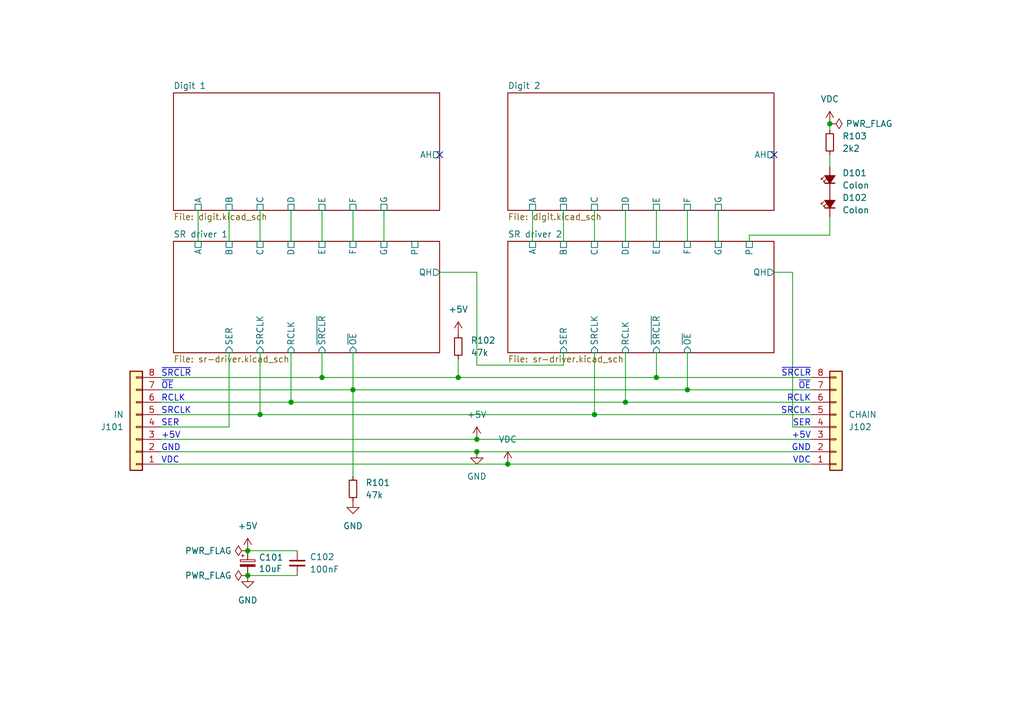
<source format=kicad_sch>
(kicad_sch (version 20230121) (generator eeschema)
  (paper "A5")
  (title_block (title "7 segment digit pair") (date "2024-02-26") (rev "1"))
  (lib_symbols
    (symbol "Connector_Generic:Conn_01x08" (pin_names (offset 1.016) hide)
      (property "Reference" "J" (at 0 10.16 0))
      (property "Value" "Conn_01x08" (at 0 -12.7 0))
      (symbol "Conn_01x08_1_1"
        (rectangle (start -1.27 -10.033) (end 0 -10.287) (stroke (width 0.1524)))
        (rectangle (start -1.27 -7.493) (end 0 -7.747) (stroke (width 0.1524)))
        (rectangle (start -1.27 -4.953) (end 0 -5.207) (stroke (width 0.1524)))
        (rectangle (start -1.27 -2.413) (end 0 -2.667) (stroke (width 0.1524)))
        (rectangle (start -1.27 0.127) (end 0 -0.127) (stroke (width 0.1524)))
        (rectangle (start -1.27 2.667) (end 0 2.413) (stroke (width 0.1524)))
        (rectangle (start -1.27 5.207) (end 0 4.953) (stroke (width 0.1524)))
        (rectangle (start -1.27 7.747) (end 0 7.493) (stroke (width 0.1524)))
        (rectangle (start -1.27 8.89) (end 1.27 -11.43) (stroke (width 0.254)) (fill (type background)))
        (pin passive line (at -5.08 7.62 0) (length 3.81) (name "Pin_1") (number "1"))
        (pin passive line (at -5.08 5.08 0) (length 3.81) (name "Pin_2") (number "2"))
        (pin passive line (at -5.08 2.54 0) (length 3.81) (name "Pin_3") (number "3"))
        (pin passive line (at -5.08 0 0) (length 3.81) (name "Pin_4") (number "4"))
        (pin passive line (at -5.08 -2.54 0) (length 3.81) (name "Pin_5") (number "5"))
        (pin passive line (at -5.08 -5.08 0) (length 3.81) (name "Pin_6") (number "6"))
        (pin passive line (at -5.08 -7.62 0) (length 3.81) (name "Pin_7") (number "7"))
        (pin passive line (at -5.08 -10.16 0) (length 3.81) (name "Pin_8") (number "8"))
      )
    )
    (symbol "Device:C_Polarized_Small" (pin_numbers hide) (pin_names (offset 0.254) hide)
      (property "Reference" "C" (at 0.254 1.778 0))
      (property "Value" "C_Polarized_Small" (at 0.254 -2.032 0))
      (symbol "C_Polarized_Small_0_1"
        (rectangle (start -1.524 -0.3048) (end 1.524 -0.6858) (fill (type outline)))
        (rectangle (start -1.524 0.6858) (end 1.524 0.3048))
        (polyline (pts (xy -1.27 1.524) (xy -0.762 1.524)))
        (polyline (pts (xy -1.016 1.27) (xy -1.016 1.778)))
      )
      (symbol "C_Polarized_Small_1_1"
        (pin passive line (at 0 2.54 270) (length 1.8542) (name "~") (number "1"))
        (pin passive line (at 0 -2.54 90) (length 1.8542) (name "~") (number "2"))
      )
    )
    (symbol "Device:C_Small" (pin_numbers hide) (pin_names (offset 0.254) hide)
      (property "Reference" "C" (at 0.254 1.778 0))
      (property "Value" "C_Small" (at 0.254 -2.032 0))
      (symbol "C_Small_0_1"
        (polyline (pts (xy -1.524 -0.508) (xy 1.524 -0.508)) (stroke (width 0.3302)))
        (polyline (pts (xy -1.524 0.508) (xy 1.524 0.508)) (stroke (width 0.3048)))
      )
      (symbol "C_Small_1_1"
        (pin passive line (at 0 2.54 270) (length 2.032) (name "~") (number "1"))
        (pin passive line (at 0 -2.54 90) (length 2.032) (name "~") (number "2"))
      )
    )
    (symbol "Device:LED_Small_Filled" (pin_numbers hide) (pin_names (offset 0.254) hide)
      (property "Reference" "D" (at -1.27 3.175 0))
      (property "Value" "LED_Small_Filled" (at -4.445 -2.54 0))
      (symbol "LED_Small_Filled_0_1"
        (polyline (pts (xy -0.762 -1.016) (xy -0.762 1.016)) (stroke (width 0.254)))
        (polyline (pts (xy 1.016 0) (xy -0.762 0)))
        (polyline (pts (xy 0.762 -1.016) (xy -0.762 0) (xy 0.762 1.016) (xy 0.762 -1.016)) (stroke (width 0.254)) (fill (type outline)))
        (polyline (pts (xy 0 0.762) (xy -0.508 1.27) (xy -0.254 1.27) (xy -0.508 1.27) (xy -0.508 1.016)))
        (polyline (pts (xy 0.508 1.27) (xy 0 1.778) (xy 0.254 1.778) (xy 0 1.778) (xy 0 1.524)))
      )
      (symbol "LED_Small_Filled_1_1"
        (pin passive line (at -2.54 0 0) (length 1.778) (name "K") (number "1"))
        (pin passive line (at 2.54 0 180) (length 1.778) (name "A") (number "2"))
      )
    )
    (symbol "Device:R_Small" (pin_numbers hide) (pin_names (offset 0.254) hide)
      (property "Reference" "R" (at 0.762 0.508 0))
      (property "Value" "R_Small" (at 0.762 -1.016 0))
      (symbol "R_Small_0_1"
        (rectangle (start -0.762 1.778) (end 0.762 -1.778) (stroke (width 0.2032)))
      )
      (symbol "R_Small_1_1"
        (pin passive line (at 0 2.54 270) (length 0.762) (name "~") (number "1"))
        (pin passive line (at 0 -2.54 90) (length 0.762) (name "~") (number "2"))
      )
    )
    (symbol "Mechanical:MountingHole" (pin_names (offset 1.016))
      (property "Reference" "H" (at 0 5.08 0))
      (property "Value" "MountingHole" (at 0 3.175 0))
      (symbol "MountingHole_0_1"
        (circle (center 0 0) (radius 1.27) (stroke (width 1.27)))
      )
    )
    (symbol "power:+5V" (power) (pin_names (offset 0))
      (property "Value" "+5V" (at 0 3.556 0))
      (symbol "+5V_0_1"
        (polyline (pts (xy -0.762 1.27) (xy 0 2.54)))
        (polyline (pts (xy 0 0) (xy 0 2.54)))
        (polyline (pts (xy 0 2.54) (xy 0.762 1.27)))
      )
      (symbol "+5V_1_1"
        (pin power_in line (at 0 0 90) (length 0) hide (name "+5V") (number "1"))
      )
    )
    (symbol "power:GND" (power) (pin_names (offset 0))
      (property "Value" "GND" (at 0 -3.81 0))
      (symbol "GND_0_1"
        (polyline (pts (xy 0 0) (xy 0 -1.27) (xy 1.27 -1.27) (xy 0 -2.54) (xy -1.27 -1.27) (xy 0 -1.27)))
      )
      (symbol "GND_1_1"
        (pin power_in line (at 0 0 270) (length 0) hide (name "GND") (number "1"))
      )
    )
    (symbol "power:PWR_FLAG" (power) (pin_numbers hide) (pin_names (offset 0) hide)
      (property "Value" "PWR_FLAG" (at 0 3.81 0))
      (symbol "PWR_FLAG_0_0"
        (pin power_out line (at 0 0 90) (length 0) (name "pwr") (number "1"))
      )
      (symbol "PWR_FLAG_0_1"
        (polyline (pts (xy 0 0) (xy 0 1.27) (xy -1.016 1.905) (xy 0 2.54) (xy 1.016 1.905) (xy 0 1.27)))
      )
    )
    (symbol "power:VDC" (power) (pin_names (offset 0))
      (property "Value" "VDC" (at 0 6.35 0))
      (symbol "VDC_0_1"
        (polyline (pts (xy -0.762 1.27) (xy 0 2.54)))
        (polyline (pts (xy 0 0) (xy 0 2.54)))
        (polyline (pts (xy 0 2.54) (xy 0.762 1.27)))
      )
      (symbol "VDC_1_1"
        (pin power_in line (at 0 0 90) (length 0) hide (name "VDC") (number "1"))
      )
    )
  )
  (junction (at 66.04 77.47))
  (junction (at 72.39 80.01))
  (junction (at 59.69 82.55))
  (junction (at 121.92 85.09))
  (junction (at 97.79 90.17))
  (junction (at 170.18 25.4))
  (junction (at 140.97 80.01))
  (junction (at 134.62 77.47))
  (junction (at 53.34 85.09))
  (junction (at 128.27 82.55))
  (junction (at 97.79 92.71))
  (junction (at 104.14 95.25))
  (junction (at 50.8 118.11))
  (junction (at 93.98 77.47))
  (junction (at 50.8 113.03))
  (no_connect (at 158.75 31.75))
  (no_connect (at 90.17 31.75))
  (wire (pts (xy 33.02 90.17) (xy 97.79 90.17)))
  (wire (pts (xy 104.14 95.25) (xy 166.37 95.25)))
  (wire (pts (xy 121.92 85.09) (xy 166.37 85.09)))
  (wire (pts (xy 97.79 90.17) (xy 166.37 90.17)))
  (wire (pts (xy 170.18 31.75) (xy 170.18 34.29)))
  (wire (pts (xy 40.64 43.18) (xy 40.64 49.53)))
  (wire (pts (xy 170.18 48.26) (xy 170.18 44.45)))
  (wire (pts (xy 90.17 55.88) (xy 97.79 55.88)))
  (wire (pts (xy 33.02 85.09) (xy 53.34 85.09)))
  (wire (pts (xy 109.22 43.18) (xy 109.22 49.53)))
  (wire (pts (xy 121.92 72.39) (xy 121.92 85.09)))
  (wire (pts (xy 33.02 92.71) (xy 97.79 92.71)))
  (wire (pts (xy 147.32 43.18) (xy 147.32 49.53)))
  (wire (pts (xy 170.18 25.4) (xy 170.18 26.67)))
  (wire (pts (xy 33.02 80.01) (xy 72.39 80.01)))
  (wire (pts (xy 60.96 118.11) (xy 50.8 118.11)))
  (wire (pts (xy 53.34 72.39) (xy 53.34 85.09)))
  (wire (pts (xy 46.99 72.39) (xy 46.99 87.63)))
  (wire (pts (xy 53.34 85.09) (xy 121.92 85.09)))
  (wire (pts (xy 140.97 72.39) (xy 140.97 80.01)))
  (wire (pts (xy 93.98 77.47) (xy 134.62 77.47)))
  (wire (pts (xy 97.79 92.71) (xy 166.37 92.71)))
  (wire (pts (xy 33.02 87.63) (xy 46.99 87.63)))
  (wire (pts (xy 153.67 49.53) (xy 153.67 48.26)))
  (wire (pts (xy 128.27 43.18) (xy 128.27 49.53)))
  (wire (pts (xy 128.27 72.39) (xy 128.27 82.55)))
  (wire (pts (xy 72.39 80.01) (xy 72.39 97.79)))
  (wire (pts (xy 97.79 74.93) (xy 115.57 74.93)))
  (wire (pts (xy 72.39 72.39) (xy 72.39 80.01)))
  (wire (pts (xy 60.96 113.03) (xy 50.8 113.03)))
  (wire (pts (xy 153.67 48.26) (xy 170.18 48.26)))
  (wire (pts (xy 59.69 43.18) (xy 59.69 49.53)))
  (wire (pts (xy 140.97 43.18) (xy 140.97 49.53)))
  (wire (pts (xy 134.62 77.47) (xy 166.37 77.47)))
  (wire (pts (xy 162.56 55.88) (xy 162.56 87.63)))
  (wire (pts (xy 46.99 43.18) (xy 46.99 49.53)))
  (wire (pts (xy 53.34 43.18) (xy 53.34 49.53)))
  (wire (pts (xy 134.62 43.18) (xy 134.62 49.53)))
  (wire (pts (xy 59.69 72.39) (xy 59.69 82.55)))
  (wire (pts (xy 66.04 43.18) (xy 66.04 49.53)))
  (wire (pts (xy 158.75 55.88) (xy 162.56 55.88)))
  (wire (pts (xy 115.57 74.93) (xy 115.57 72.39)))
  (wire (pts (xy 121.92 43.18) (xy 121.92 49.53)))
  (wire (pts (xy 140.97 80.01) (xy 166.37 80.01)))
  (wire (pts (xy 97.79 55.88) (xy 97.79 74.93)))
  (wire (pts (xy 33.02 77.47) (xy 66.04 77.47)))
  (wire (pts (xy 66.04 72.39) (xy 66.04 77.47)))
  (wire (pts (xy 162.56 87.63) (xy 166.37 87.63)))
  (wire (pts (xy 33.02 82.55) (xy 59.69 82.55)))
  (wire (pts (xy 72.39 43.18) (xy 72.39 49.53)))
  (wire (pts (xy 66.04 77.47) (xy 93.98 77.47)))
  (wire (pts (xy 33.02 95.25) (xy 104.14 95.25)))
  (wire (pts (xy 115.57 43.18) (xy 115.57 49.53)))
  (wire (pts (xy 59.69 82.55) (xy 128.27 82.55)))
  (wire (pts (xy 93.98 73.66) (xy 93.98 77.47)))
  (wire (pts (xy 134.62 72.39) (xy 134.62 77.47)))
  (wire (pts (xy 78.74 43.18) (xy 78.74 49.53)))
  (wire (pts (xy 72.39 80.01) (xy 140.97 80.01)))
  (wire (pts (xy 128.27 82.55) (xy 166.37 82.55)))
  (text "+5V" (at 166.37 90.17 0) (effects (font (size 1.27 1.27)) (justify right bottom)))
  (text "VDC" (at 33.02 95.25 0) (effects (font (size 1.27 1.27)) (justify left bottom)))
  (text "VDC" (at 166.37 95.25 0) (effects (font (size 1.27 1.27)) (justify right bottom)))
  (text "~{OE}" (at 33.02 80.01 0) (effects (font (size 1.27 1.27)) (justify left bottom)))
  (text "SRCLK" (at 33.02 85.09 0) (effects (font (size 1.27 1.27)) (justify left bottom)))
  (text "~{SRCLR}" (at 33.02 77.47 0) (effects (font (size 1.27 1.27)) (justify left bottom)))
  (text "RCLK" (at 166.37 82.55 0) (effects (font (size 1.27 1.27)) (justify right bottom)))
  (text "SER" (at 166.37 87.63 0) (effects (font (size 1.27 1.27)) (justify right bottom)))
  (text "+5V" (at 33.02 90.17 0) (effects (font (size 1.27 1.27)) (justify left bottom)))
  (text "GND" (at 166.37 92.71 0) (effects (font (size 1.27 1.27)) (justify right bottom)))
  (text "GND" (at 33.02 92.71 0) (effects (font (size 1.27 1.27)) (justify left bottom)))
  (text "RCLK" (at 33.02 82.55 0) (effects (font (size 1.27 1.27)) (justify left bottom)))
  (text "SRCLK" (at 166.37 85.09 0) (effects (font (size 1.27 1.27)) (justify right bottom)))
  (text "SER" (at 33.02 87.63 0) (effects (font (size 1.27 1.27)) (justify left bottom)))
  (text "~{SRCLR}" (at 166.4249 77.4234 0) (effects (font (size 1.27 1.27)) (justify right bottom)))
  (text "~{OE}" (at 166.37 80.01 0) (effects (font (size 1.27 1.27)) (justify right bottom)))
  (symbol (lib_id "power:PWR_FLAG") (at 50.8 113.03 90) (mirror x) (unit 1)
    (property "Reference" "#FLG0101" (effects hide))
    (property "Value" "PWR_FLAG" (at 47.5488 113.03 90) (effects (justify left)))
  )
  (symbol (lib_id "Mechanical:MountingHole") (at 109.22 179.07 0) (unit 1)
    (property "Reference" "H1" (at 111.76 177.9016 0) (effects (justify left)))
    (property "Value" "MountingHole" (effects hide))
    (property "Footprint" "MountingHole:MountingHole_3.5mm" (effects hide))
  )
  (symbol (lib_id "Mechanical:MountingHole") (at 121.92 179.07 0) (unit 1)
    (property "Reference" "H2" (at 124.46 177.9016 0) (effects (justify left)))
    (property "Value" "MountingHole" (effects hide))
    (property "Footprint" "MountingHole:MountingHole_3.5mm" (effects hide))
  )
  (symbol (lib_id "Mechanical:MountingHole") (at 135.89 179.07 0) (unit 1)
    (property "Reference" "H3" (at 138.43 177.9016 0) (effects (justify left)))
    (property "Value" "MountingHole" (effects hide))
    (property "Footprint" "MountingHole:MountingHole_3.5mm" (effects hide))
  )
  (symbol (lib_id "Mechanical:MountingHole") (at 149.86 179.07 0) (unit 1)
    (property "Reference" "H4" (at 152.4 177.9016 0) (effects (justify left)))
    (property "Value" "MountingHole" (effects hide))
    (property "Footprint" "MountingHole:MountingHole_3.5mm" (effects hide))
  )
  (symbol (lib_id "power:GND") (at 50.8 118.11 0) (mirror y) (unit 1)
    (property "Reference" "#PWR0102" (effects hide))
    (property "Value" "GND" (at 50.8 123.19 0))
  )
  (symbol (lib_id "power:VDC") (at 170.18 25.4 0) (unit 1)
    (property "Reference" "#PWR0103" (effects hide))
    (property "Value" "VDC" (at 170.18 20.32 0))
  )
  (symbol (lib_id "Device:C_Polarized_Small") (at 50.8 115.57 0) (unit 1)
    (property "Reference" "C101" (at 53.0352 114.4016 0) (effects (justify left)))
    (property "Value" "10uF" (at 53.0352 116.713 0) (effects (justify left)))
    (property "Footprint" "Capacitor_THT:CP_Radial_D5.0mm_P2.50mm" (effects hide))
  )
  (symbol (lib_id "Connector_Generic:Conn_01x08") (at 171.45 87.63 0) (mirror x) (unit 1)
    (property "Reference" "J102" (at 173.99 87.63 0) (effects (justify left)))
    (property "Value" "CHAIN" (at 173.99 85.09 0) (effects (justify left)))
    (property "Footprint" "Connector_PinSocket_2.54mm:PinSocket_1x08_P2.54mm_Vertical" (effects hide))
  )
  (symbol (lib_id "power:GND") (at 72.39 102.87 0) (mirror y) (unit 1)
    (property "Reference" "#PWR0107" (effects hide))
    (property "Value" "GND" (at 72.39 107.95 0))
  )
  (symbol (lib_id "Device:LED_Small_Filled") (at 170.18 41.91 90) (unit 1)
    (property "Reference" "D102" (at 172.72 40.5765 90) (effects (justify right)))
    (property "Value" "Colon" (at 172.72 43.1165 90) (effects (justify right)))
    (property "Footprint" "LED_THT:LED_D5.0mm" (effects hide))
  )
  (symbol (lib_id "power:+5V") (at 50.8 113.03 0) (mirror y) (unit 1)
    (property "Reference" "#PWR0101" (effects hide))
    (property "Value" "+5V" (at 50.8 107.95 0))
  )
  (symbol (lib_id "power:+5V") (at 93.98 68.58 0) (unit 1)
    (property "Reference" "#PWR0108" (effects hide))
    (property "Value" "+5V" (at 93.98 63.5 0))
  )
  (symbol (lib_id "power:PWR_FLAG") (at 50.8 118.11 90) (mirror x) (unit 1)
    (property "Reference" "#FLG0102" (effects hide))
    (property "Value" "PWR_FLAG" (at 47.5488 118.11 90) (effects (justify left)))
  )
  (symbol (lib_id "Device:R_Small") (at 72.39 100.33 180) (unit 1)
    (property "Reference" "R101" (at 74.93 99.06 0) (effects (justify right)))
    (property "Value" "47k" (at 74.93 101.6 0) (effects (justify right)))
    (property "Footprint" "Resistor_THT:R_Axial_DIN0207_L6.3mm_D2.5mm_P10.16mm_Horizontal" (effects hide))
  )
  (symbol (lib_id "power:GND") (at 97.79 92.71 0) (unit 1)
    (property "Reference" "#PWR0105" (effects hide))
    (property "Value" "GND" (at 97.79 97.79 0))
  )
  (symbol (lib_id "Connector_Generic:Conn_01x08") (at 27.94 87.63 180) (unit 1)
    (property "Reference" "J101" (at 25.4 87.63 0) (effects (justify left)))
    (property "Value" "IN" (at 25.4 85.09 0) (effects (justify left)))
    (property "Footprint" "Connector_PinHeader_2.54mm:PinHeader_1x08_P2.54mm_Vertical" (effects hide))
  )
  (symbol (lib_id "power:+5V") (at 97.79 90.17 0) (unit 1)
    (property "Reference" "#PWR0104" (effects hide))
    (property "Value" "+5V" (at 97.79 85.09 0))
  )
  (symbol (lib_id "Device:LED_Small_Filled") (at 170.18 36.83 90) (unit 1)
    (property "Reference" "D101" (at 172.72 35.4965 90) (effects (justify right)))
    (property "Value" "Colon" (at 172.72 38.0365 90) (effects (justify right)))
    (property "Footprint" "LED_THT:LED_D5.0mm" (effects hide))
  )
  (symbol (lib_id "power:VDC") (at 104.14 95.25 0) (unit 1)
    (property "Reference" "#PWR0106" (effects hide))
    (property "Value" "VDC" (at 104.14 90.17 0))
  )
  (symbol (lib_id "Device:R_Small") (at 93.98 71.12 180) (unit 1)
    (property "Reference" "R102" (at 96.52 69.85 0) (effects (justify right)))
    (property "Value" "47k" (at 96.52 72.39 0) (effects (justify right)))
    (property "Footprint" "Resistor_THT:R_Axial_DIN0207_L6.3mm_D2.5mm_P10.16mm_Horizontal" (effects hide))
  )
  (symbol (lib_id "Device:R_Small") (at 170.18 29.21 180) (unit 1)
    (property "Reference" "R103" (at 172.72 27.94 0) (effects (justify right)))
    (property "Value" "2k2" (at 172.72 30.48 0) (effects (justify right)))
    (property "Footprint" "Resistor_THT:R_Axial_DIN0207_L6.3mm_D2.5mm_P10.16mm_Horizontal" (effects hide))
  )
  (symbol (lib_id "power:PWR_FLAG") (at 170.18 25.4 270) (mirror x) (unit 1)
    (property "Reference" "#FLG0103" (effects hide))
    (property "Value" "PWR_FLAG" (at 173.4312 25.4 90) (effects (justify left)))
  )
  (symbol (lib_id "Device:C_Small") (at 60.96 115.57 0) (unit 1)
    (property "Reference" "C102" (at 63.5 114.3 0) (effects (justify left)))
    (property "Value" "100nF" (at 63.5 116.84 0) (effects (justify left)))
    (property "Footprint" "Capacitor_THT:C_Disc_D5.0mm_W2.5mm_P2.50mm" (effects hide))
  )
  (sheet (at 35.56 49.53) (size 54.61 22.86) (stroke (width 0.1524))
    (property "Sheetname" "SR driver 1" (at 35.56 48.8184 0) (effects (justify left bottom)))
    (property "Sheetfile" "sr-driver.kicad_sch" (at 35.56 72.9746 0) (effects (justify left top)))
    (pin "SER" input (at 46.99 72.39 270))
    (pin "QH" output (at 90.17 55.88 0))
    (pin "~{OE}" input (at 72.39 72.39 270))
    (pin "RCLK" input (at 59.69 72.39 270))
    (pin "~{SRCLR}" input (at 66.04 72.39 270))
    (pin "SRCLK" input (at 53.34 72.39 270))
    (pin "F" passive (at 72.39 49.53 90))
    (pin "G" passive (at 78.74 49.53 90))
    (pin "D" passive (at 59.69 49.53 90))
    (pin "E" passive (at 66.04 49.53 90))
    (pin "P" passive (at 85.09 49.53 90))
    (pin "A" passive (at 40.64 49.53 90))
    (pin "C" passive (at 53.34 49.53 90))
    (pin "B" passive (at 46.99 49.53 90))
  )
  (sheet (at 104.14 49.53) (size 54.61 22.86) (stroke (width 0.1524))
    (property "Sheetname" "SR driver 2" (at 104.14 48.8184 0) (effects (justify left bottom)))
    (property "Sheetfile" "sr-driver.kicad_sch" (at 104.14 72.9746 0) (effects (justify left top)))
    (pin "SER" input (at 115.57 72.39 270))
    (pin "QH" output (at 158.75 55.88 0))
    (pin "~{OE}" input (at 140.97 72.39 270))
    (pin "RCLK" input (at 128.27 72.39 270))
    (pin "~{SRCLR}" input (at 134.62 72.39 270))
    (pin "SRCLK" input (at 121.92 72.39 270))
    (pin "F" passive (at 140.97 49.53 90))
    (pin "G" passive (at 147.32 49.53 90))
    (pin "D" passive (at 128.27 49.53 90))
    (pin "E" passive (at 134.62 49.53 90))
    (pin "P" passive (at 153.67 49.53 90))
    (pin "A" passive (at 109.22 49.53 90))
    (pin "C" passive (at 121.92 49.53 90))
    (pin "B" passive (at 115.57 49.53 90))
  )
  (sheet (at 35.56 19.05) (size 54.61 24.13) (stroke (width 0.1524))
    (property "Sheetname" "Digit 1" (at 35.56 18.3384 0) (effects (justify left bottom)))
    (property "Sheetfile" "digit.kicad_sch" (at 35.56 43.7646 0) (effects (justify left top)))
    (pin "G" passive (at 78.74 43.18 270))
    (pin "A" passive (at 40.64 43.18 270))
    (pin "F" passive (at 72.39 43.18 270))
    (pin "E" passive (at 66.04 43.18 270))
    (pin "D" passive (at 59.69 43.18 270))
    (pin "C" passive (at 53.34 43.18 270))
    (pin "B" passive (at 46.99 43.18 270))
    (pin "AH" passive (at 90.17 31.75 0))
  )
  (sheet (at 104.14 19.05) (size 54.61 24.13) (stroke (width 0.1524))
    (property "Sheetname" "Digit 2" (at 104.14 18.3384 0) (effects (justify left bottom)))
    (property "Sheetfile" "digit.kicad_sch" (at 104.14 43.7646 0) (effects (justify left top)))
    (pin "G" passive (at 147.32 43.18 270))
    (pin "A" passive (at 109.22 43.18 270))
    (pin "F" passive (at 140.97 43.18 270))
    (pin "E" passive (at 134.62 43.18 270))
    (pin "D" passive (at 128.27 43.18 270))
    (pin "C" passive (at 121.92 43.18 270))
    (pin "B" passive (at 115.57 43.18 270))
    (pin "AH" passive (at 158.75 31.75 0))
  )
)
</source>
